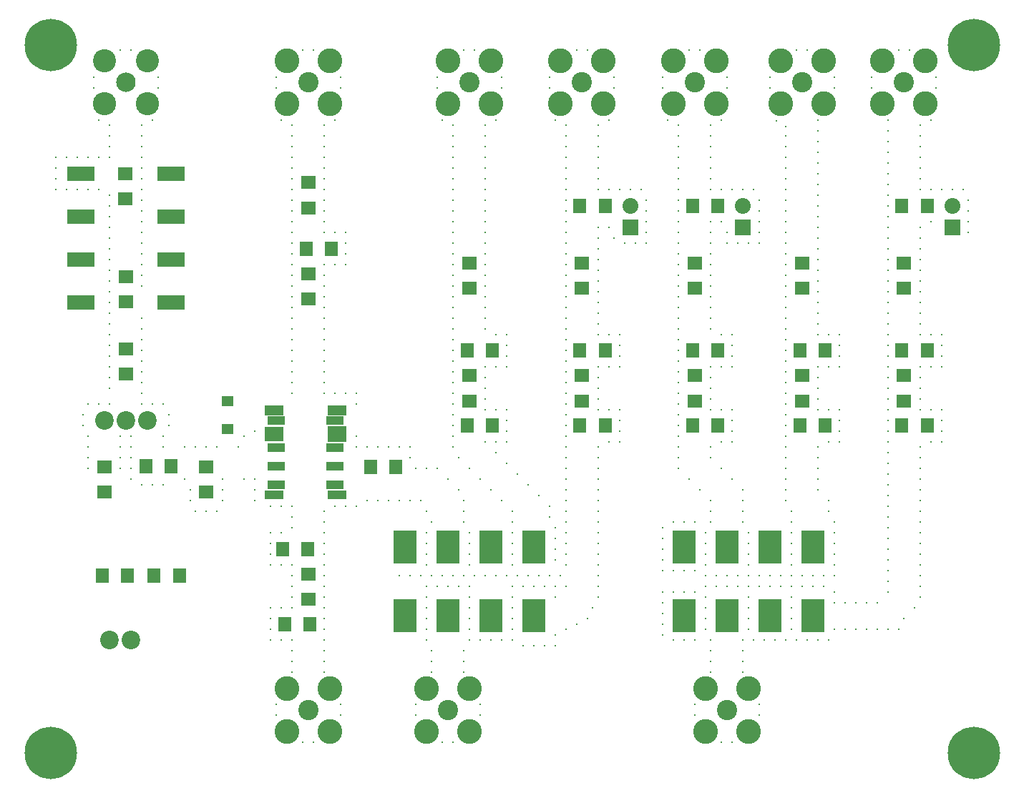
<source format=gts>
G04 Layer_Color=8388736*
%FSLAX44Y44*%
%MOMM*%
G71*
G01*
G75*
%ADD47R,1.4732X1.2192*%
%ADD48R,2.7400X4.0100*%
%ADD49R,1.6032X1.8032*%
%ADD50R,3.2480X1.7240*%
%ADD51R,2.0032X1.0032*%
%ADD52R,2.3032X1.9032*%
%ADD53R,2.3032X1.2032*%
%ADD54R,2.3032X1.0032*%
%ADD55R,2.3032X1.8032*%
%ADD56R,1.5000X1.7000*%
%ADD57R,1.7000X1.5000*%
%ADD58C,2.4000*%
%ADD59C,2.9400*%
%ADD60C,2.2000*%
%ADD61C,2.7400*%
%ADD62C,2.3032*%
%ADD63C,2.7432*%
%ADD64R,1.8732X1.8732*%
%ADD65C,1.8732*%
%ADD66C,0.2700*%
%ADD67C,6.2000*%
D47*
X254950Y428940D02*
D03*
Y461960D02*
D03*
D48*
X616900Y289250D02*
D03*
Y207950D02*
D03*
X566100Y289250D02*
D03*
Y207950D02*
D03*
X515300Y289250D02*
D03*
Y207950D02*
D03*
X464500Y289250D02*
D03*
Y207950D02*
D03*
X947100Y289250D02*
D03*
Y207950D02*
D03*
X896300Y289250D02*
D03*
Y207950D02*
D03*
X845500Y289250D02*
D03*
Y207950D02*
D03*
X794700Y289250D02*
D03*
Y207950D02*
D03*
D49*
X167800Y254950D02*
D03*
X197800D02*
D03*
D50*
X187600Y578800D02*
D03*
X81000D02*
D03*
X187600Y629600D02*
D03*
X81000D02*
D03*
X187600Y680400D02*
D03*
X81000D02*
D03*
X187600Y731200D02*
D03*
X81000D02*
D03*
D51*
X382100Y407100D02*
D03*
Y363100D02*
D03*
Y385100D02*
D03*
Y439100D02*
D03*
X312100D02*
D03*
Y363100D02*
D03*
Y385100D02*
D03*
Y407100D02*
D03*
D52*
X384600Y423100D02*
D03*
D53*
Y451100D02*
D03*
X309600D02*
D03*
D54*
X384600Y351100D02*
D03*
X309600D02*
D03*
D55*
Y423100D02*
D03*
D56*
X377900Y642300D02*
D03*
X347900D02*
D03*
X187971Y384511D02*
D03*
X157971D02*
D03*
X454136Y384194D02*
D03*
X424136D02*
D03*
X106600Y254950D02*
D03*
X136600D02*
D03*
X962100Y521650D02*
D03*
X932100D02*
D03*
X962100Y432750D02*
D03*
X932100D02*
D03*
X1052750Y521650D02*
D03*
X1082750D02*
D03*
X1052750Y432750D02*
D03*
X1082750D02*
D03*
X701750Y521650D02*
D03*
X671750D02*
D03*
X701750Y432750D02*
D03*
X671750D02*
D03*
X805100Y521650D02*
D03*
X835100D02*
D03*
X805100Y432750D02*
D03*
X835100D02*
D03*
X568400Y521650D02*
D03*
X538400D02*
D03*
X568400Y432750D02*
D03*
X538400D02*
D03*
X805100Y693100D02*
D03*
X835100D02*
D03*
X1082750D02*
D03*
X1052750D02*
D03*
X671750D02*
D03*
X701750D02*
D03*
X319888Y286917D02*
D03*
X349888D02*
D03*
X322500Y197800D02*
D03*
X352500D02*
D03*
D57*
X350200Y582850D02*
D03*
Y612850D02*
D03*
X108900Y384250D02*
D03*
Y354250D02*
D03*
X229550D02*
D03*
Y384250D02*
D03*
X134950Y609509D02*
D03*
Y579509D02*
D03*
X934400Y462200D02*
D03*
Y492200D02*
D03*
X1055050D02*
D03*
Y462200D02*
D03*
X674050D02*
D03*
Y492200D02*
D03*
X807400D02*
D03*
Y462200D02*
D03*
X540700D02*
D03*
Y492200D02*
D03*
X350200Y227250D02*
D03*
Y257250D02*
D03*
X807400Y625550D02*
D03*
Y595550D02*
D03*
X1055050D02*
D03*
Y625550D02*
D03*
X934400D02*
D03*
Y595550D02*
D03*
X350200Y690800D02*
D03*
Y720800D02*
D03*
X134300Y523950D02*
D03*
Y493950D02*
D03*
X674050Y595550D02*
D03*
Y625550D02*
D03*
X540700D02*
D03*
Y595550D02*
D03*
X133695Y700987D02*
D03*
Y730987D02*
D03*
D58*
X350200Y96200D02*
D03*
X515300D02*
D03*
X845500D02*
D03*
X1055050Y839150D02*
D03*
X934400D02*
D03*
X807400D02*
D03*
X674050D02*
D03*
X540700D02*
D03*
X350200D02*
D03*
D59*
X375600Y70800D02*
D03*
Y121600D02*
D03*
X324800Y70800D02*
D03*
Y121600D02*
D03*
X540700Y70800D02*
D03*
Y121600D02*
D03*
X489900Y70800D02*
D03*
Y121600D02*
D03*
X870900Y70800D02*
D03*
Y121600D02*
D03*
X820100Y70800D02*
D03*
Y121600D02*
D03*
X1080450Y813750D02*
D03*
Y864550D02*
D03*
X1029650Y813750D02*
D03*
Y864550D02*
D03*
X959800Y813750D02*
D03*
Y864550D02*
D03*
X909000Y813750D02*
D03*
Y864550D02*
D03*
X832800Y813750D02*
D03*
Y864550D02*
D03*
X782000Y813750D02*
D03*
Y864550D02*
D03*
X699450Y813750D02*
D03*
Y864550D02*
D03*
X648650Y813750D02*
D03*
Y864550D02*
D03*
X566100Y813750D02*
D03*
Y864550D02*
D03*
X515300Y813750D02*
D03*
Y864550D02*
D03*
X375600Y813750D02*
D03*
Y864550D02*
D03*
X324800Y813750D02*
D03*
Y864550D02*
D03*
D60*
X115250Y178750D02*
D03*
X140650D02*
D03*
X108900Y439100D02*
D03*
X159700D02*
D03*
X134300D02*
D03*
D61*
X108900Y864550D02*
D03*
X159700D02*
D03*
D62*
X134300Y839150D02*
D03*
D63*
X108900Y813750D02*
D03*
X159700D02*
D03*
D64*
X731200Y667700D02*
D03*
X864550D02*
D03*
X1112200D02*
D03*
D65*
X731200Y693100D02*
D03*
X864550D02*
D03*
X1112200D02*
D03*
D66*
X153350Y788350D02*
D03*
Y775650D02*
D03*
Y762950D02*
D03*
Y750250D02*
D03*
Y737550D02*
D03*
Y724850D02*
D03*
Y712150D02*
D03*
Y699450D02*
D03*
Y686750D02*
D03*
Y674050D02*
D03*
Y661350D02*
D03*
Y648650D02*
D03*
Y635950D02*
D03*
Y623250D02*
D03*
Y610550D02*
D03*
Y597850D02*
D03*
Y559750D02*
D03*
Y547050D02*
D03*
Y534350D02*
D03*
Y521650D02*
D03*
Y508950D02*
D03*
Y496250D02*
D03*
Y483550D02*
D03*
Y470850D02*
D03*
Y458150D02*
D03*
X166050D02*
D03*
X178750D02*
D03*
X115250D02*
D03*
X102550D02*
D03*
X89850D02*
D03*
X185100Y445450D02*
D03*
Y432750D02*
D03*
X115250Y788350D02*
D03*
Y775650D02*
D03*
Y762950D02*
D03*
Y750250D02*
D03*
X102550D02*
D03*
X89850D02*
D03*
X77150D02*
D03*
X64450D02*
D03*
X51750D02*
D03*
Y737550D02*
D03*
Y724850D02*
D03*
Y712150D02*
D03*
X64450D02*
D03*
X77150D02*
D03*
X89850D02*
D03*
X102550D02*
D03*
X115250Y705800D02*
D03*
Y693100D02*
D03*
Y680400D02*
D03*
Y667700D02*
D03*
Y655000D02*
D03*
Y642300D02*
D03*
Y629600D02*
D03*
Y616900D02*
D03*
Y604200D02*
D03*
Y591500D02*
D03*
Y578800D02*
D03*
Y566100D02*
D03*
Y553400D02*
D03*
Y540700D02*
D03*
Y528000D02*
D03*
Y515300D02*
D03*
Y502600D02*
D03*
Y489900D02*
D03*
Y477200D02*
D03*
X83500Y445450D02*
D03*
Y432750D02*
D03*
X89850Y407350D02*
D03*
Y420050D02*
D03*
Y394650D02*
D03*
Y381950D02*
D03*
X127950D02*
D03*
Y394650D02*
D03*
Y420050D02*
D03*
X140650D02*
D03*
X127950Y407350D02*
D03*
X140650D02*
D03*
Y394650D02*
D03*
Y381950D02*
D03*
X178750Y407350D02*
D03*
X204150D02*
D03*
X178750Y420050D02*
D03*
X140650Y369250D02*
D03*
X153350Y362900D02*
D03*
X166050D02*
D03*
X178750D02*
D03*
X204150Y369250D02*
D03*
X248600D02*
D03*
X274000D02*
D03*
X286700D02*
D03*
Y356550D02*
D03*
Y343850D02*
D03*
X305750Y337500D02*
D03*
X331150D02*
D03*
X318450D02*
D03*
X331150Y324800D02*
D03*
Y312100D02*
D03*
X318450Y305750D02*
D03*
X305750D02*
D03*
Y293050D02*
D03*
Y280350D02*
D03*
Y267650D02*
D03*
X318450D02*
D03*
X331150D02*
D03*
Y254950D02*
D03*
Y242250D02*
D03*
Y229550D02*
D03*
Y216850D02*
D03*
X318450D02*
D03*
X305750D02*
D03*
Y204150D02*
D03*
Y191450D02*
D03*
Y178750D02*
D03*
X318450D02*
D03*
X331150D02*
D03*
Y166050D02*
D03*
Y153350D02*
D03*
Y140650D02*
D03*
X312100Y89850D02*
D03*
X356550Y58100D02*
D03*
X369250Y140650D02*
D03*
Y153350D02*
D03*
Y166050D02*
D03*
Y178750D02*
D03*
Y191450D02*
D03*
Y204150D02*
D03*
Y216850D02*
D03*
Y229550D02*
D03*
Y242250D02*
D03*
Y254950D02*
D03*
Y267650D02*
D03*
Y280350D02*
D03*
Y293050D02*
D03*
Y305750D02*
D03*
Y318450D02*
D03*
Y331150D02*
D03*
X381950Y337500D02*
D03*
X394650D02*
D03*
X407350D02*
D03*
X420050Y343850D02*
D03*
X432750D02*
D03*
X445450D02*
D03*
X458150D02*
D03*
X470850D02*
D03*
X483550D02*
D03*
X489900Y331150D02*
D03*
X496250Y318450D02*
D03*
X489900Y305750D02*
D03*
Y293050D02*
D03*
Y280350D02*
D03*
Y267650D02*
D03*
X496250Y254950D02*
D03*
X508950D02*
D03*
X521650D02*
D03*
X534350D02*
D03*
X540700Y267650D02*
D03*
Y280350D02*
D03*
Y293050D02*
D03*
Y305750D02*
D03*
X534350Y318450D02*
D03*
Y331150D02*
D03*
Y343850D02*
D03*
X528000Y356550D02*
D03*
X515300Y369250D02*
D03*
X502600Y381950D02*
D03*
X489900D02*
D03*
X477200D02*
D03*
X407350Y407350D02*
D03*
X420050D02*
D03*
X432750D02*
D03*
X445450D02*
D03*
X458150D02*
D03*
X470850D02*
D03*
Y394650D02*
D03*
X407350Y420050D02*
D03*
Y458150D02*
D03*
X381950Y470850D02*
D03*
X407350D02*
D03*
X394650D02*
D03*
X369250D02*
D03*
Y483550D02*
D03*
Y496250D02*
D03*
Y508950D02*
D03*
Y521650D02*
D03*
Y534350D02*
D03*
Y547050D02*
D03*
Y559750D02*
D03*
Y572450D02*
D03*
Y585150D02*
D03*
Y597850D02*
D03*
Y610550D02*
D03*
Y623250D02*
D03*
X331150Y470850D02*
D03*
Y483550D02*
D03*
Y496250D02*
D03*
Y508950D02*
D03*
Y521650D02*
D03*
Y534350D02*
D03*
Y547050D02*
D03*
Y559750D02*
D03*
Y572450D02*
D03*
Y585150D02*
D03*
Y597850D02*
D03*
Y610550D02*
D03*
Y623250D02*
D03*
Y635950D02*
D03*
Y648650D02*
D03*
Y661350D02*
D03*
Y674050D02*
D03*
Y686750D02*
D03*
Y699450D02*
D03*
Y712150D02*
D03*
Y724850D02*
D03*
Y737550D02*
D03*
Y750250D02*
D03*
Y762950D02*
D03*
Y775650D02*
D03*
Y788350D02*
D03*
X312100Y832800D02*
D03*
X388300D02*
D03*
X381950Y623250D02*
D03*
X394650D02*
D03*
Y635950D02*
D03*
Y648650D02*
D03*
Y661350D02*
D03*
X381950D02*
D03*
X369250D02*
D03*
Y674050D02*
D03*
Y686750D02*
D03*
Y699450D02*
D03*
Y712150D02*
D03*
Y724850D02*
D03*
Y737550D02*
D03*
Y750250D02*
D03*
Y762950D02*
D03*
Y775650D02*
D03*
Y788350D02*
D03*
X210500Y356550D02*
D03*
Y343850D02*
D03*
X216850Y331150D02*
D03*
X229550D02*
D03*
X242250D02*
D03*
X248600Y343850D02*
D03*
Y356550D02*
D03*
X216850Y407350D02*
D03*
X229550D02*
D03*
X242250D02*
D03*
X286700Y426400D02*
D03*
X274000Y420050D02*
D03*
X483550Y254950D02*
D03*
X470850D02*
D03*
X458150D02*
D03*
X489900Y242250D02*
D03*
Y229550D02*
D03*
Y216850D02*
D03*
Y204150D02*
D03*
Y191450D02*
D03*
Y178750D02*
D03*
X496250Y166050D02*
D03*
Y153350D02*
D03*
Y140650D02*
D03*
X534350D02*
D03*
Y153350D02*
D03*
Y166050D02*
D03*
X540700Y178750D02*
D03*
Y191450D02*
D03*
Y204150D02*
D03*
Y216850D02*
D03*
Y229550D02*
D03*
Y242250D02*
D03*
X591500Y280350D02*
D03*
Y293050D02*
D03*
Y267650D02*
D03*
Y305750D02*
D03*
Y318450D02*
D03*
Y331150D02*
D03*
X578800Y343850D02*
D03*
X566100Y356550D02*
D03*
X553400Y369250D02*
D03*
X540700Y381950D02*
D03*
X528000Y394650D02*
D03*
X521650Y407350D02*
D03*
X547050Y254950D02*
D03*
X559750D02*
D03*
X572450D02*
D03*
X585150D02*
D03*
X597850D02*
D03*
X610550D02*
D03*
X623250D02*
D03*
X635950D02*
D03*
X648650D02*
D03*
X591500Y242250D02*
D03*
Y229550D02*
D03*
Y216850D02*
D03*
Y204150D02*
D03*
Y191450D02*
D03*
Y178750D02*
D03*
X604200Y172400D02*
D03*
X616900D02*
D03*
X629600D02*
D03*
X642300D02*
D03*
Y185100D02*
D03*
X655000Y191450D02*
D03*
X667700Y197800D02*
D03*
X680400Y204150D02*
D03*
X686750Y216850D02*
D03*
X693100Y229550D02*
D03*
Y242250D02*
D03*
X604200D02*
D03*
X616900D02*
D03*
X629600D02*
D03*
X642300D02*
D03*
X655000D02*
D03*
X693100Y254950D02*
D03*
Y267650D02*
D03*
Y280350D02*
D03*
Y293050D02*
D03*
Y305750D02*
D03*
Y318450D02*
D03*
Y331150D02*
D03*
Y343850D02*
D03*
Y356550D02*
D03*
Y369250D02*
D03*
Y381950D02*
D03*
Y394650D02*
D03*
Y407350D02*
D03*
X705800Y413700D02*
D03*
X718500D02*
D03*
Y426400D02*
D03*
Y439100D02*
D03*
Y451800D02*
D03*
X705800D02*
D03*
X693100D02*
D03*
Y464500D02*
D03*
Y477200D02*
D03*
Y489900D02*
D03*
Y502600D02*
D03*
X705800D02*
D03*
X718500D02*
D03*
Y515300D02*
D03*
Y528000D02*
D03*
Y540700D02*
D03*
X705800D02*
D03*
X693100D02*
D03*
Y553400D02*
D03*
Y566100D02*
D03*
Y578800D02*
D03*
Y591500D02*
D03*
Y604200D02*
D03*
Y616900D02*
D03*
Y629600D02*
D03*
Y642300D02*
D03*
Y655000D02*
D03*
Y667700D02*
D03*
X705800D02*
D03*
X693100Y712150D02*
D03*
X705800D02*
D03*
X718500D02*
D03*
X693100Y724850D02*
D03*
Y737550D02*
D03*
Y750250D02*
D03*
Y762950D02*
D03*
Y775650D02*
D03*
Y788350D02*
D03*
X655000D02*
D03*
Y775650D02*
D03*
Y762950D02*
D03*
Y750250D02*
D03*
Y737550D02*
D03*
Y724850D02*
D03*
Y712150D02*
D03*
Y699450D02*
D03*
Y686750D02*
D03*
Y674050D02*
D03*
Y661350D02*
D03*
Y648650D02*
D03*
Y635950D02*
D03*
Y623250D02*
D03*
Y610550D02*
D03*
Y597850D02*
D03*
Y585150D02*
D03*
Y572450D02*
D03*
Y559750D02*
D03*
Y547050D02*
D03*
Y534350D02*
D03*
Y521650D02*
D03*
Y508950D02*
D03*
Y496250D02*
D03*
Y483550D02*
D03*
Y470850D02*
D03*
Y458150D02*
D03*
Y445450D02*
D03*
Y432750D02*
D03*
Y420050D02*
D03*
Y407350D02*
D03*
Y394650D02*
D03*
Y381950D02*
D03*
Y369250D02*
D03*
Y356550D02*
D03*
Y343850D02*
D03*
Y331150D02*
D03*
Y318450D02*
D03*
Y305750D02*
D03*
Y293050D02*
D03*
Y280350D02*
D03*
Y267650D02*
D03*
X521650Y420050D02*
D03*
Y432750D02*
D03*
Y445450D02*
D03*
Y458150D02*
D03*
Y470850D02*
D03*
Y483550D02*
D03*
Y496250D02*
D03*
Y508950D02*
D03*
Y521650D02*
D03*
Y534350D02*
D03*
Y547050D02*
D03*
Y559750D02*
D03*
Y572450D02*
D03*
Y585150D02*
D03*
Y597850D02*
D03*
Y610550D02*
D03*
Y623250D02*
D03*
Y635950D02*
D03*
Y648650D02*
D03*
Y661350D02*
D03*
Y674050D02*
D03*
Y686750D02*
D03*
Y699450D02*
D03*
Y712150D02*
D03*
Y724850D02*
D03*
Y737550D02*
D03*
Y750250D02*
D03*
Y762950D02*
D03*
Y775650D02*
D03*
Y788350D02*
D03*
X559750D02*
D03*
X502600Y832800D02*
D03*
X578800D02*
D03*
X534350Y877250D02*
D03*
X559750Y775650D02*
D03*
Y762950D02*
D03*
Y750250D02*
D03*
Y737550D02*
D03*
Y724850D02*
D03*
Y712150D02*
D03*
Y699450D02*
D03*
Y686750D02*
D03*
Y674050D02*
D03*
Y661350D02*
D03*
Y648650D02*
D03*
Y635950D02*
D03*
Y623250D02*
D03*
Y610550D02*
D03*
Y597850D02*
D03*
Y585150D02*
D03*
Y572450D02*
D03*
Y559750D02*
D03*
Y547050D02*
D03*
X572450Y540700D02*
D03*
X585150D02*
D03*
Y528000D02*
D03*
Y515300D02*
D03*
Y502600D02*
D03*
X572450D02*
D03*
X559750D02*
D03*
Y489900D02*
D03*
Y477200D02*
D03*
Y464500D02*
D03*
Y451800D02*
D03*
X572450D02*
D03*
X585150D02*
D03*
Y439100D02*
D03*
Y426400D02*
D03*
Y413700D02*
D03*
X572450D02*
D03*
X559750D02*
D03*
X572450Y401000D02*
D03*
X585150Y388300D02*
D03*
X597850Y375600D02*
D03*
X610550Y362900D02*
D03*
X623250Y350200D02*
D03*
X635950Y337500D02*
D03*
Y324800D02*
D03*
X642300Y312100D02*
D03*
Y299400D02*
D03*
Y286700D02*
D03*
Y274000D02*
D03*
X477200Y89850D02*
D03*
X807400D02*
D03*
X839150Y58100D02*
D03*
X883600Y89850D02*
D03*
X864550Y140650D02*
D03*
Y153350D02*
D03*
Y166050D02*
D03*
Y178750D02*
D03*
X826450Y140650D02*
D03*
Y153350D02*
D03*
Y166050D02*
D03*
Y178750D02*
D03*
X820100Y191450D02*
D03*
Y204150D02*
D03*
X502600Y242250D02*
D03*
X515300D02*
D03*
X528000D02*
D03*
X642300Y229550D02*
D03*
X820100Y216850D02*
D03*
Y229550D02*
D03*
Y242250D02*
D03*
Y254950D02*
D03*
Y267650D02*
D03*
Y280350D02*
D03*
Y293050D02*
D03*
Y305750D02*
D03*
X826450Y318450D02*
D03*
Y331150D02*
D03*
Y343850D02*
D03*
X813750Y356550D02*
D03*
X801050Y369250D02*
D03*
X788350Y381950D02*
D03*
Y394650D02*
D03*
X870900Y280350D02*
D03*
Y267650D02*
D03*
Y254950D02*
D03*
Y242250D02*
D03*
Y229550D02*
D03*
Y216850D02*
D03*
Y204150D02*
D03*
Y191450D02*
D03*
Y293050D02*
D03*
Y305750D02*
D03*
X864550Y318450D02*
D03*
Y331150D02*
D03*
Y343850D02*
D03*
Y356550D02*
D03*
X851850Y369250D02*
D03*
X839150Y381950D02*
D03*
X826450Y394650D02*
D03*
Y407350D02*
D03*
X788350D02*
D03*
X839150Y413700D02*
D03*
X851850D02*
D03*
X788350Y420050D02*
D03*
Y432750D02*
D03*
Y445450D02*
D03*
Y458150D02*
D03*
Y470850D02*
D03*
Y483550D02*
D03*
Y496250D02*
D03*
Y508950D02*
D03*
Y521650D02*
D03*
Y534350D02*
D03*
Y547050D02*
D03*
Y559750D02*
D03*
Y572450D02*
D03*
Y585150D02*
D03*
Y597850D02*
D03*
Y610550D02*
D03*
Y623250D02*
D03*
Y635950D02*
D03*
Y648650D02*
D03*
Y661350D02*
D03*
Y674050D02*
D03*
Y686750D02*
D03*
Y699450D02*
D03*
Y712150D02*
D03*
Y724850D02*
D03*
Y737550D02*
D03*
Y750250D02*
D03*
Y762950D02*
D03*
Y775650D02*
D03*
Y788350D02*
D03*
X826450D02*
D03*
Y775650D02*
D03*
Y762950D02*
D03*
Y750250D02*
D03*
Y737550D02*
D03*
Y724850D02*
D03*
Y712150D02*
D03*
X839150D02*
D03*
X851850D02*
D03*
X864550D02*
D03*
X877250D02*
D03*
X883600Y699450D02*
D03*
Y686750D02*
D03*
Y674050D02*
D03*
Y661350D02*
D03*
Y648650D02*
D03*
X870900D02*
D03*
X858200D02*
D03*
X845500D02*
D03*
Y661350D02*
D03*
X826450Y674050D02*
D03*
X839150D02*
D03*
X826450Y661350D02*
D03*
Y648650D02*
D03*
Y635950D02*
D03*
Y623250D02*
D03*
Y610550D02*
D03*
Y597850D02*
D03*
Y585150D02*
D03*
Y572450D02*
D03*
Y559750D02*
D03*
Y547050D02*
D03*
X839150Y540700D02*
D03*
X851850D02*
D03*
Y528000D02*
D03*
Y515300D02*
D03*
Y502600D02*
D03*
X839150D02*
D03*
X826450D02*
D03*
Y489900D02*
D03*
Y477200D02*
D03*
Y464500D02*
D03*
Y451800D02*
D03*
X839150D02*
D03*
X851850D02*
D03*
Y439100D02*
D03*
Y426400D02*
D03*
X877250Y178750D02*
D03*
X889950D02*
D03*
X902650D02*
D03*
X921700Y191450D02*
D03*
Y204150D02*
D03*
Y216850D02*
D03*
Y229550D02*
D03*
Y242250D02*
D03*
Y254950D02*
D03*
Y267650D02*
D03*
Y280350D02*
D03*
Y293050D02*
D03*
Y305750D02*
D03*
Y318450D02*
D03*
Y331150D02*
D03*
X915350Y343850D02*
D03*
Y356550D02*
D03*
Y369250D02*
D03*
Y381950D02*
D03*
Y394650D02*
D03*
Y407350D02*
D03*
Y178750D02*
D03*
X928050D02*
D03*
X940750D02*
D03*
X953450D02*
D03*
X966150D02*
D03*
X972500Y191450D02*
D03*
X985200D02*
D03*
X997900D02*
D03*
X1010600D02*
D03*
X1023300D02*
D03*
X1036000D02*
D03*
X1048700D02*
D03*
X1055050Y204150D02*
D03*
X1067750Y216850D02*
D03*
X1074100Y229550D02*
D03*
Y242250D02*
D03*
X934400D02*
D03*
X947100D02*
D03*
X959800D02*
D03*
X972500Y223200D02*
D03*
Y235900D02*
D03*
X985200Y223200D02*
D03*
X997900D02*
D03*
X1010600D02*
D03*
X1023300D02*
D03*
X1036000Y235900D02*
D03*
Y248600D02*
D03*
Y261300D02*
D03*
Y274000D02*
D03*
X934400Y254950D02*
D03*
X947100D02*
D03*
X959800D02*
D03*
X972500D02*
D03*
Y267650D02*
D03*
Y280350D02*
D03*
Y293050D02*
D03*
Y305750D02*
D03*
Y318450D02*
D03*
X966150Y331150D02*
D03*
Y343850D02*
D03*
X953450Y356550D02*
D03*
Y369250D02*
D03*
Y381950D02*
D03*
Y394650D02*
D03*
Y407350D02*
D03*
X1036000Y286700D02*
D03*
Y299400D02*
D03*
X909000Y254950D02*
D03*
X896300D02*
D03*
X883600D02*
D03*
X858200D02*
D03*
X845500D02*
D03*
X832800D02*
D03*
Y242250D02*
D03*
X845500D02*
D03*
X858200D02*
D03*
X883600D02*
D03*
X896300D02*
D03*
X909000D02*
D03*
X1074100Y254950D02*
D03*
Y267650D02*
D03*
Y280350D02*
D03*
Y293050D02*
D03*
Y305750D02*
D03*
Y318450D02*
D03*
Y331150D02*
D03*
Y343850D02*
D03*
X1036000Y312100D02*
D03*
Y324800D02*
D03*
Y337500D02*
D03*
Y350200D02*
D03*
Y362900D02*
D03*
Y375600D02*
D03*
Y388300D02*
D03*
Y401000D02*
D03*
Y413700D02*
D03*
Y426400D02*
D03*
Y439100D02*
D03*
Y451800D02*
D03*
Y464500D02*
D03*
Y477200D02*
D03*
Y489900D02*
D03*
Y502600D02*
D03*
Y515300D02*
D03*
X1074100Y356550D02*
D03*
Y369250D02*
D03*
Y381950D02*
D03*
Y394650D02*
D03*
Y407350D02*
D03*
X1086800Y413700D02*
D03*
X1099500D02*
D03*
Y426400D02*
D03*
Y439100D02*
D03*
Y451800D02*
D03*
X1086800D02*
D03*
X1074100D02*
D03*
Y464500D02*
D03*
Y477200D02*
D03*
Y489900D02*
D03*
Y502600D02*
D03*
X1086800D02*
D03*
X1099500D02*
D03*
Y515300D02*
D03*
X966150Y413700D02*
D03*
X978850D02*
D03*
Y426400D02*
D03*
Y439100D02*
D03*
Y451800D02*
D03*
X966150D02*
D03*
X953450D02*
D03*
Y464500D02*
D03*
Y477200D02*
D03*
Y489900D02*
D03*
Y502600D02*
D03*
X966150D02*
D03*
X978850D02*
D03*
Y515300D02*
D03*
Y528000D02*
D03*
Y540700D02*
D03*
X966150D02*
D03*
X953450D02*
D03*
Y553400D02*
D03*
Y566100D02*
D03*
Y578800D02*
D03*
Y591500D02*
D03*
Y604200D02*
D03*
Y616900D02*
D03*
Y629600D02*
D03*
Y642300D02*
D03*
Y655000D02*
D03*
Y667700D02*
D03*
Y680400D02*
D03*
Y693100D02*
D03*
Y705800D02*
D03*
Y718500D02*
D03*
Y731200D02*
D03*
Y743900D02*
D03*
Y756600D02*
D03*
Y769300D02*
D03*
Y782000D02*
D03*
Y794700D02*
D03*
X915350Y420050D02*
D03*
Y432750D02*
D03*
Y445450D02*
D03*
Y458150D02*
D03*
Y470850D02*
D03*
Y483550D02*
D03*
Y496250D02*
D03*
Y508950D02*
D03*
Y521650D02*
D03*
Y534350D02*
D03*
Y547050D02*
D03*
Y559750D02*
D03*
Y572450D02*
D03*
Y585150D02*
D03*
Y597850D02*
D03*
Y610550D02*
D03*
Y623250D02*
D03*
Y635950D02*
D03*
Y648650D02*
D03*
Y661350D02*
D03*
Y674050D02*
D03*
Y686750D02*
D03*
Y699450D02*
D03*
Y712150D02*
D03*
Y724850D02*
D03*
Y737550D02*
D03*
Y750250D02*
D03*
Y762950D02*
D03*
Y775650D02*
D03*
X972500Y832800D02*
D03*
X940750Y877250D02*
D03*
X896300Y832800D02*
D03*
X845500D02*
D03*
Y845500D02*
D03*
X813750Y877250D02*
D03*
X801050D02*
D03*
X769300Y832800D02*
D03*
X1036000Y528000D02*
D03*
Y540700D02*
D03*
Y553400D02*
D03*
Y566100D02*
D03*
Y578800D02*
D03*
Y591500D02*
D03*
Y604200D02*
D03*
Y616900D02*
D03*
Y629600D02*
D03*
Y642300D02*
D03*
Y655000D02*
D03*
Y667700D02*
D03*
Y680400D02*
D03*
Y693100D02*
D03*
Y705800D02*
D03*
Y718500D02*
D03*
Y731200D02*
D03*
Y743900D02*
D03*
Y756600D02*
D03*
Y769300D02*
D03*
Y782000D02*
D03*
Y794700D02*
D03*
X1099500Y528000D02*
D03*
Y540700D02*
D03*
X1086800D02*
D03*
X1074100D02*
D03*
Y553400D02*
D03*
Y566100D02*
D03*
Y578800D02*
D03*
Y591500D02*
D03*
Y604200D02*
D03*
Y616900D02*
D03*
Y629600D02*
D03*
Y642300D02*
D03*
Y655000D02*
D03*
Y667700D02*
D03*
X1086800Y674050D02*
D03*
X1131250Y699450D02*
D03*
X1112200Y712150D02*
D03*
X1074100D02*
D03*
X1086800D02*
D03*
X1099500D02*
D03*
X1131250Y661350D02*
D03*
Y674050D02*
D03*
Y686750D02*
D03*
X1124900Y712150D02*
D03*
X1074100Y724850D02*
D03*
Y737550D02*
D03*
Y750250D02*
D03*
Y762950D02*
D03*
Y775650D02*
D03*
Y788350D02*
D03*
X1093150Y832800D02*
D03*
X1061400Y877250D02*
D03*
X1048700D02*
D03*
X1016950Y832800D02*
D03*
X1086800Y794700D02*
D03*
X807400Y261300D02*
D03*
X794700D02*
D03*
X782000D02*
D03*
X769300D02*
D03*
Y274000D02*
D03*
Y286700D02*
D03*
Y299400D02*
D03*
Y312100D02*
D03*
X782000Y318450D02*
D03*
X794700D02*
D03*
X807400D02*
D03*
Y235900D02*
D03*
X794700D02*
D03*
X782000D02*
D03*
X769300D02*
D03*
Y223200D02*
D03*
Y210500D02*
D03*
Y197800D02*
D03*
Y185100D02*
D03*
X782000Y178750D02*
D03*
X794700D02*
D03*
X807400D02*
D03*
X553400D02*
D03*
X566100D02*
D03*
X578800D02*
D03*
X166050Y794700D02*
D03*
X102550D02*
D03*
X96200Y832800D02*
D03*
X172400D02*
D03*
X127950Y877250D02*
D03*
X318450Y794700D02*
D03*
X381950D02*
D03*
X356550Y877250D02*
D03*
X343850D02*
D03*
X642300Y794700D02*
D03*
X705800D02*
D03*
X712150Y832800D02*
D03*
X680400Y877250D02*
D03*
X635950Y832800D02*
D03*
X547050Y877250D02*
D03*
X667700D02*
D03*
X928050D02*
D03*
X896300Y845500D02*
D03*
X972500D02*
D03*
X1016950D02*
D03*
X1093150D02*
D03*
X343850Y58100D02*
D03*
X388300Y102550D02*
D03*
Y89850D02*
D03*
X312100Y102550D02*
D03*
X477200D02*
D03*
X553400D02*
D03*
Y89850D02*
D03*
X508950Y58100D02*
D03*
X521650D02*
D03*
X807400Y102550D02*
D03*
X883600D02*
D03*
X851850Y58100D02*
D03*
X731200Y712150D02*
D03*
X743900D02*
D03*
X750250Y699450D02*
D03*
Y686750D02*
D03*
Y674050D02*
D03*
Y661350D02*
D03*
Y648650D02*
D03*
X737550D02*
D03*
X724850D02*
D03*
X712150Y655000D02*
D03*
X775650Y794700D02*
D03*
X839150D02*
D03*
X769300Y845500D02*
D03*
X712150D02*
D03*
X635950D02*
D03*
X578800D02*
D03*
X502600D02*
D03*
X508950Y794700D02*
D03*
X572450D02*
D03*
X312100Y845500D02*
D03*
X388300D02*
D03*
X172400D02*
D03*
X140650Y877250D02*
D03*
X96200Y845500D02*
D03*
X267650Y407350D02*
D03*
X915014Y787039D02*
D03*
X904004Y793767D02*
D03*
D67*
X45400Y45400D02*
D03*
X1137600D02*
D03*
Y883600D02*
D03*
X45400D02*
D03*
M02*

</source>
